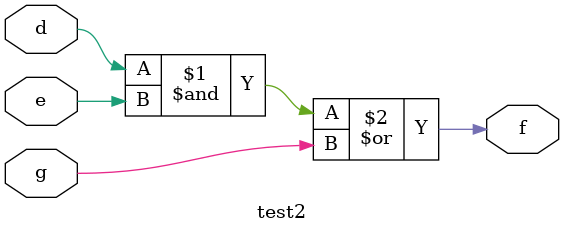
<source format=v>
module test2(
   d,
   e,
   g,
   f
);

input d, e, g;
output f;

assign f = d & e | g;

endmodule
</source>
